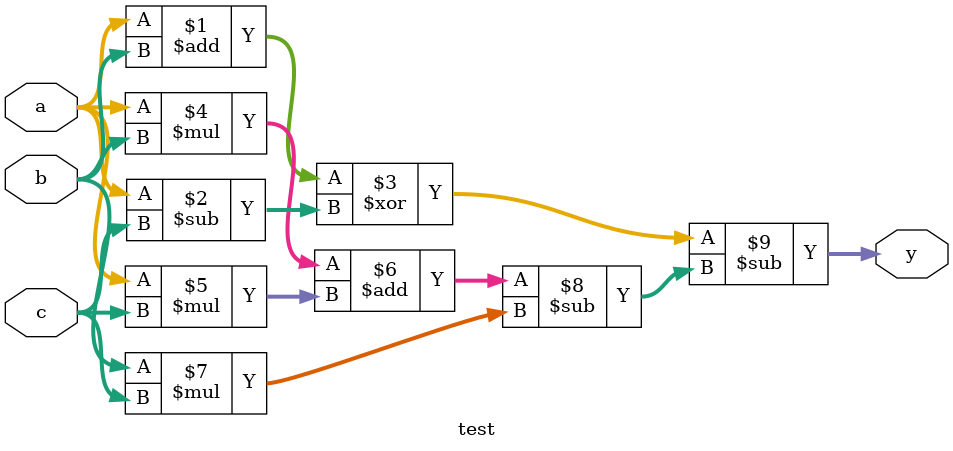
<source format=v>
module test(input [4:0] a, b, c, output [4:0] y);
	assign y = ((a+b) ^ (a-c)) - ((a*b) + (a*c) - (b*c));
endmodule

</source>
